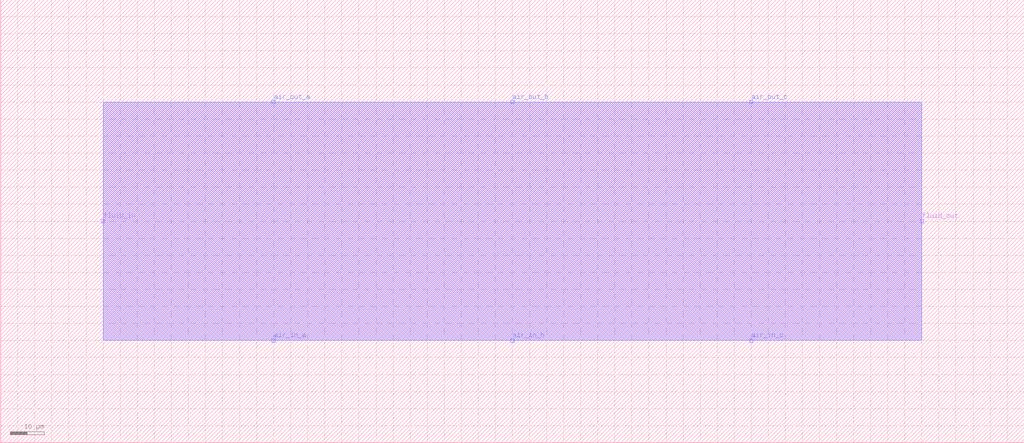
<source format=lef>

MACRO pump_20px_0
  CLASS CORE ;
  ORIGIN  0 0 ;
  FOREIGN pump_20px_0 0 0 ;
  SIZE 300 BY 130 ;
  SYMMETRY X Y ;
  SITE CoreSite ;
  PIN fluid_in
    DIRECTION INPUT ;
    USE SIGNAL ;
    PORT
      LAYER met1 ;
        RECT 29.5 64.5 30.5 65.5 ;
    END
  END fluid_in
  PIN fluid_out
    DIRECTION OUTPUT ;
    USE SIGNAL ;
    PORT
      LAYER met1 ;
        RECT 269.5 64.5 270.5 65.5 ;
    END
  END fluid_out
  PIN air_out_a
    DIRECTION OUTPUT ;
    USE SIGNAL ;
    PORT
      LAYER met3 ;
        RECT 79.5 99.5 80.5 100.5 ;
    END
  END air_out_a
  PIN air_out_b
    DIRECTION OUTPUT ;
    USE SIGNAL ;
    PORT
      LAYER met3 ;
        RECT 149.5 99.5 150.5 100.5 ;
    END
  END air_out_b
  PIN air_out_c
    DIRECTION OUTPUT ;
    USE SIGNAL ;
    PORT
      LAYER met3 ;
        RECT 219.5 99.5 220.5 100.5 ;
    END
  END air_out_c
  PIN air_in_a
    DIRECTION INPUT ;
    USE SIGNAL ;
    PORT
      LAYER met3 ;
        RECT 79.5 29.5 80.5 30.5 ;
    END
  END air_in_a
  PIN air_in_b
    DIRECTION INPUT ;
    USE SIGNAL ;
    PORT
      LAYER met3 ;
        RECT 149.5 29.5 150.5 30.5 ;
    END
  END air_in_b
  PIN air_in_c
    DIRECTION INPUT ;
    USE SIGNAL ;
    PORT
      LAYER met3 ;
        RECT 219.5 29.5 220.5 30.5 ;
    END
  END air_in_c
  OBS
    LAYER met1 ;
      RECT 30 30 270 100 ;
    LAYER met2 ;
      RECT 30 30 270 100 ;
    LAYER met3 ;
      RECT 30 30 270 100 ;
  END
  PROPERTY CatenaDesignType "deviceLevel" ;
END pump_20px_0

</source>
